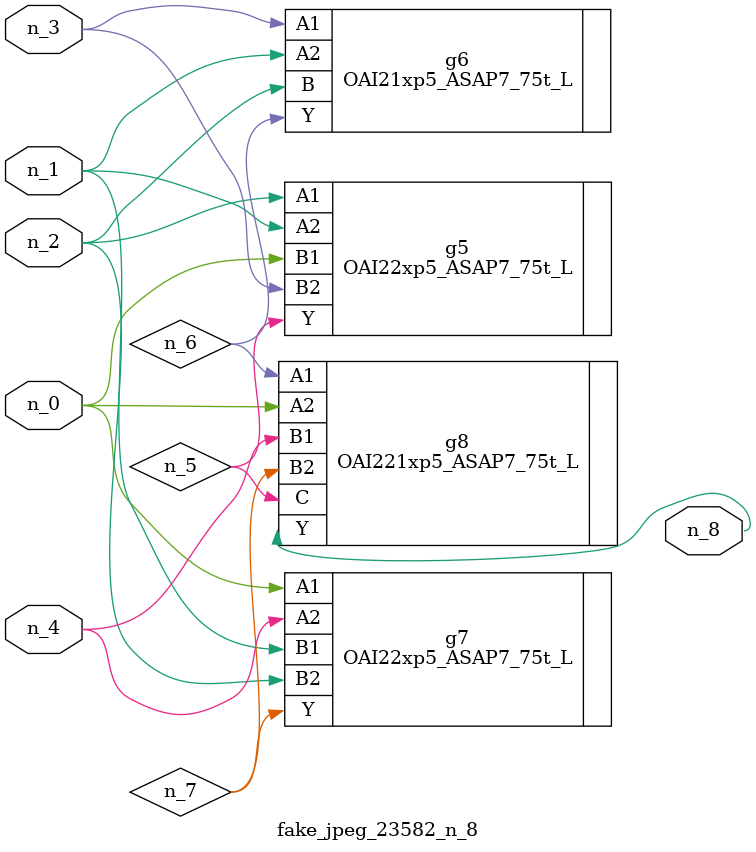
<source format=v>
module fake_jpeg_23582_n_8 (n_3, n_2, n_1, n_0, n_4, n_8);

input n_3;
input n_2;
input n_1;
input n_0;
input n_4;

output n_8;

wire n_6;
wire n_5;
wire n_7;

OAI22xp5_ASAP7_75t_L g5 ( 
.A1(n_2),
.A2(n_1),
.B1(n_0),
.B2(n_3),
.Y(n_5)
);

OAI21xp5_ASAP7_75t_L g6 ( 
.A1(n_3),
.A2(n_1),
.B(n_2),
.Y(n_6)
);

OAI22xp5_ASAP7_75t_L g7 ( 
.A1(n_0),
.A2(n_4),
.B1(n_1),
.B2(n_2),
.Y(n_7)
);

OAI221xp5_ASAP7_75t_L g8 ( 
.A1(n_6),
.A2(n_0),
.B1(n_4),
.B2(n_7),
.C(n_5),
.Y(n_8)
);


endmodule
</source>
